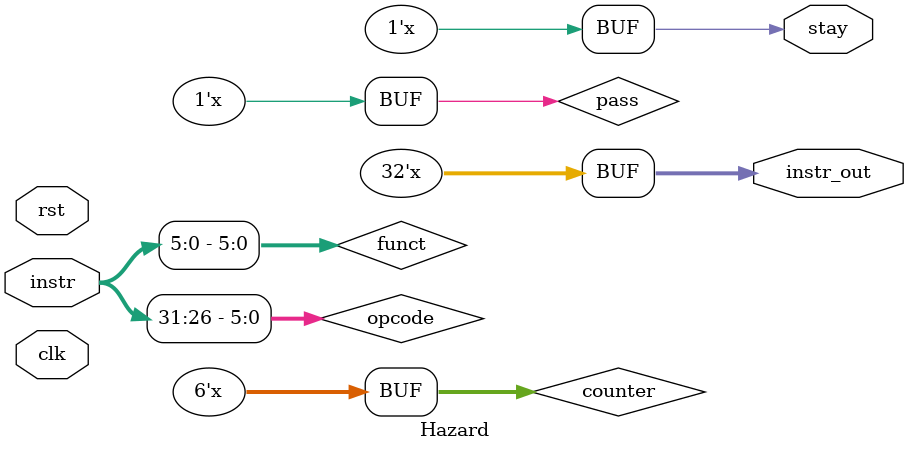
<source format=v>
module Hazard( clk, rst, stay, instr, instr_out );
	input clk, rst;
    input [31:0] instr;
    
    output reg [31:0] instr_out;
    output reg stay;
    
    reg pass;
    reg [5:0] counter;
    
    wire [5:0] opcode;
    wire [5:0] funct;
    
  	assign opcode = instr[31:26];
   	assign funct = instr[5:0];
    
	parameter instr_NOP = 32'hFFFFFFFF;
    
  /**
    parameter R_FORMAT = 6'd0;
    parameter LW = 6'd35;
    parameter SW = 6'd43;
    parameter BEQ = 6'd4;
    parameter BNE = 6'd5;    
    parameter ORI = 6'd13;
	parameter J = 6'd2;
	parameter NOP = 6'd63;
*/

    initial begin
        pass = 1'b1;
        counter = 6'd0;
    end

    always @( instr ) begin
        if (pass) begin
            instr_out = instr;

            if(opcode==6'd2) begin // J
                counter = 6'd3;
                pass = 1'b0;
            end
            else if(opcode==6'd4) begin  //  beq
                counter = 6'd3;
                pass = 1'b0;
            end
            else if(opcode==6'd5) begin  //  bne
                counter = 6'd3;
                pass = 1'b0;
            end
            else if(opcode==6'd0 && funct==6'd27) begin // R format : divu
                counter = 6'd34;
                pass = 1'b0;
            end
            else if(opcode==6'd0) begin // R format
                counter = 6'd3;
                pass = 1'b0;
            end
        end

        stay = (counter != 6'd0);
    end

	always @( posedge clk ) begin
        if (counter != 6'd0) begin
            instr_out = instr_NOP;
            counter = counter - 1;
        end
        else begin
            instr_out = instr;
            pass = 1'b1;
        end
        
        stay = (counter != 6'd0);
	end


endmodule
</source>
